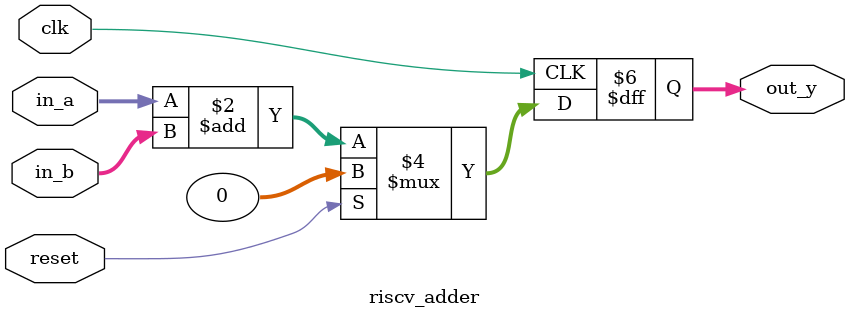
<source format=v>
module riscv_adder #(
    parameter DATA_WIDTH = 32
)(
    input wire clk,
    input wire reset,
    input wire [DATA_WIDTH-1:0] in_a,
    input wire [DATA_WIDTH-1:0] in_b,
    output reg [DATA_WIDTH-1:0] out_y
);

    always @(posedge clk) begin
        if (reset)
            out_y <= {DATA_WIDTH{1'b0}};
        else
            out_y <= in_a + in_b;
    end

endmodule

</source>
